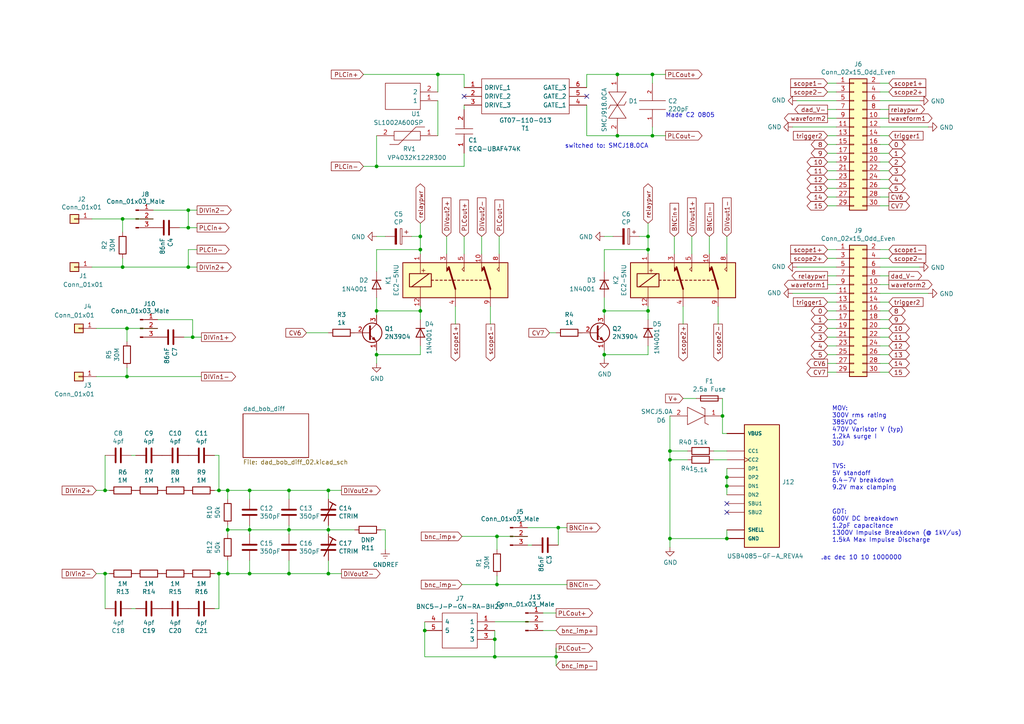
<source format=kicad_sch>
(kicad_sch (version 20211123) (generator eeschema)
  (paper "A4")
  (junction (at 194.31 156.21))
  (junction (at 175.26 102.87))
  (junction (at 161.29 190.5))
  (junction (at 36.83 95.25))
  (junction (at 36.83 109.22))
  (junction (at 121.92 90.17))
  (junction (at 143.51 185.42))
  (junction (at 175.26 90.17))
  (junction (at 144.145 169.545))
  (junction (at 83.82 142.24))
  (junction (at 95.25 166.37))
  (junction (at 144.145 155.575))
  (junction (at 187.96 68.58))
  (junction (at 210.82 156.21))
  (junction (at 35.56 77.47))
  (junction (at 66.04 153.67))
  (junction (at 66.04 166.37))
  (junction (at 210.82 140.97))
  (junction (at 54.61 66.04))
  (junction (at 30.48 166.37))
  (junction (at 35.56 63.5))
  (junction (at 121.92 68.58))
  (junction (at 72.39 166.37))
  (junction (at 72.39 142.24))
  (junction (at 121.92 72.39))
  (junction (at 189.23 39.37))
  (junction (at 179.07 39.37))
  (junction (at 187.96 72.39))
  (junction (at 161.925 153.035))
  (junction (at 30.48 142.24))
  (junction (at 63.5 166.37))
  (junction (at 194.31 133.35))
  (junction (at 55.88 97.79))
  (junction (at 54.61 77.47))
  (junction (at 189.23 21.59))
  (junction (at 63.5 142.24))
  (junction (at 109.22 48.26))
  (junction (at 194.31 130.81))
  (junction (at 143.51 190.5))
  (junction (at 83.82 153.67))
  (junction (at 66.04 142.24))
  (junction (at 210.82 138.43))
  (junction (at 83.82 166.37))
  (junction (at 95.25 142.24))
  (junction (at 127 21.59))
  (junction (at 179.07 21.59))
  (junction (at 109.22 102.87))
  (junction (at 72.39 153.67))
  (junction (at 95.25 153.67))
  (junction (at 123.19 182.88))
  (junction (at 209.55 120.65))
  (junction (at 187.96 90.17))
  (junction (at 109.22 90.17))
  (junction (at 54.61 60.96))
  (no_connect (at 134.62 27.94))
  (no_connect (at 210.82 148.59))
  (no_connect (at 210.82 146.05))
  (no_connect (at 170.18 27.94))
  (wire (pts (xy 30.48 132.08) (xy 30.48 142.24)))
  (wire (pts (xy 55.88 92.71) (xy 45.72 92.71)))
  (wire (pts (xy 257.81 59.69) (xy 255.27 59.69)))
  (wire (pts (xy 175.26 90.17) (xy 175.26 91.44)))
  (wire (pts (xy 209.55 125.73) (xy 209.55 120.65)))
  (wire (pts (xy 185.42 68.58) (xy 187.96 68.58)))
  (wire (pts (xy 27.94 109.22) (xy 36.83 109.22)))
  (wire (pts (xy 66.04 144.78) (xy 66.04 142.24)))
  (wire (pts (xy 127 26.67) (xy 127 21.59)))
  (wire (pts (xy 189.23 21.59) (xy 189.23 24.13)))
  (wire (pts (xy 257.81 92.71) (xy 255.27 92.71)))
  (wire (pts (xy 144.145 169.545) (xy 144.145 167.005)))
  (wire (pts (xy 72.39 144.78) (xy 72.39 142.24)))
  (wire (pts (xy 240.03 57.15) (xy 242.57 57.15)))
  (wire (pts (xy 102.87 96.52) (xy 101.6 96.52)))
  (wire (pts (xy 121.92 92.71) (xy 121.92 90.17)))
  (wire (pts (xy 134.62 21.59) (xy 134.62 25.4)))
  (wire (pts (xy 109.22 39.37) (xy 109.22 48.26)))
  (wire (pts (xy 105.41 21.59) (xy 127 21.59)))
  (wire (pts (xy 157.48 177.8) (xy 161.29 177.8)))
  (wire (pts (xy 133.985 169.545) (xy 144.145 169.545)))
  (wire (pts (xy 257.81 74.93) (xy 255.27 74.93)))
  (wire (pts (xy 187.96 90.17) (xy 187.96 88.9)))
  (wire (pts (xy 121.92 100.33) (xy 121.92 102.87)))
  (wire (pts (xy 26.67 63.5) (xy 35.56 63.5)))
  (wire (pts (xy 257.81 102.87) (xy 255.27 102.87)))
  (wire (pts (xy 154.305 158.115) (xy 153.035 158.115)))
  (wire (pts (xy 95.25 153.67) (xy 95.25 154.94)))
  (wire (pts (xy 210.82 125.73) (xy 209.55 125.73)))
  (wire (pts (xy 200.66 68.58) (xy 200.66 73.66)))
  (wire (pts (xy 88.9 96.52) (xy 95.25 96.52)))
  (wire (pts (xy 83.82 153.67) (xy 95.25 153.67)))
  (wire (pts (xy 257.81 82.55) (xy 255.27 82.55)))
  (wire (pts (xy 210.82 68.58) (xy 210.82 73.66)))
  (wire (pts (xy 257.81 26.67) (xy 255.27 26.67)))
  (wire (pts (xy 72.39 166.37) (xy 83.82 166.37)))
  (wire (pts (xy 199.39 133.35) (xy 194.31 133.35)))
  (wire (pts (xy 240.03 102.87) (xy 242.57 102.87)))
  (wire (pts (xy 109.22 48.26) (xy 134.62 48.26)))
  (wire (pts (xy 266.7 77.47) (xy 255.27 77.47)))
  (wire (pts (xy 161.29 190.5) (xy 161.29 193.04)))
  (wire (pts (xy 210.82 138.43) (xy 210.82 140.97)))
  (wire (pts (xy 175.26 104.14) (xy 175.26 102.87)))
  (wire (pts (xy 164.465 169.545) (xy 144.145 169.545)))
  (wire (pts (xy 240.03 34.29) (xy 242.57 34.29)))
  (wire (pts (xy 240.03 31.75) (xy 242.57 31.75)))
  (wire (pts (xy 240.03 92.71) (xy 242.57 92.71)))
  (wire (pts (xy 229.87 85.09) (xy 242.57 85.09)))
  (wire (pts (xy 240.03 100.33) (xy 242.57 100.33)))
  (wire (pts (xy 194.31 120.65) (xy 194.31 130.81)))
  (wire (pts (xy 242.57 29.21) (xy 231.14 29.21)))
  (wire (pts (xy 127 29.21) (xy 127 39.37)))
  (wire (pts (xy 30.48 176.53) (xy 30.48 166.37)))
  (wire (pts (xy 161.29 187.96) (xy 161.29 190.5)))
  (wire (pts (xy 257.81 95.25) (xy 255.27 95.25)))
  (wire (pts (xy 198.12 93.98) (xy 198.12 88.9)))
  (wire (pts (xy 187.96 102.87) (xy 175.26 102.87)))
  (wire (pts (xy 127 21.59) (xy 134.62 21.59)))
  (wire (pts (xy 83.82 144.78) (xy 83.82 142.24)))
  (wire (pts (xy 63.5 132.08) (xy 62.23 132.08)))
  (wire (pts (xy 36.83 95.25) (xy 36.83 99.06)))
  (wire (pts (xy 57.15 60.96) (xy 54.61 60.96)))
  (wire (pts (xy 63.5 142.24) (xy 63.5 132.08)))
  (wire (pts (xy 257.81 41.91) (xy 255.27 41.91)))
  (wire (pts (xy 257.81 54.61) (xy 255.27 54.61)))
  (wire (pts (xy 240.03 90.17) (xy 242.57 90.17)))
  (wire (pts (xy 143.51 190.5) (xy 161.29 190.5)))
  (wire (pts (xy 143.51 180.34) (xy 157.48 180.34)))
  (wire (pts (xy 102.87 153.67) (xy 95.25 153.67)))
  (wire (pts (xy 133.985 155.575) (xy 144.145 155.575)))
  (wire (pts (xy 35.56 63.5) (xy 35.56 67.31)))
  (wire (pts (xy 66.04 153.67) (xy 66.04 154.94)))
  (wire (pts (xy 54.61 77.47) (xy 54.61 72.39)))
  (wire (pts (xy 109.22 90.17) (xy 121.92 90.17)))
  (wire (pts (xy 45.72 95.25) (xy 36.83 95.25)))
  (wire (pts (xy 255.27 85.09) (xy 269.24 85.09)))
  (wire (pts (xy 36.83 109.22) (xy 36.83 106.68)))
  (wire (pts (xy 242.57 26.67) (xy 240.03 26.67)))
  (wire (pts (xy 257.81 31.75) (xy 255.27 31.75)))
  (wire (pts (xy 95.25 166.37) (xy 95.25 162.56)))
  (wire (pts (xy 83.82 166.37) (xy 95.25 166.37)))
  (wire (pts (xy 164.465 153.035) (xy 161.925 153.035)))
  (wire (pts (xy 193.04 21.59) (xy 189.23 21.59)))
  (wire (pts (xy 143.51 190.5) (xy 123.19 190.5)))
  (wire (pts (xy 242.57 24.13) (xy 240.03 24.13)))
  (wire (pts (xy 54.61 66.04) (xy 52.07 66.04)))
  (wire (pts (xy 72.39 142.24) (xy 83.82 142.24)))
  (wire (pts (xy 153.035 155.575) (xy 144.145 155.575)))
  (wire (pts (xy 66.04 142.24) (xy 72.39 142.24)))
  (wire (pts (xy 111.76 68.58) (xy 109.22 68.58)))
  (wire (pts (xy 210.82 153.67) (xy 210.82 156.21)))
  (wire (pts (xy 179.07 21.59) (xy 189.23 21.59)))
  (wire (pts (xy 157.48 182.88) (xy 161.29 182.88)))
  (wire (pts (xy 207.01 130.81) (xy 210.82 130.81)))
  (wire (pts (xy 240.03 39.37) (xy 242.57 39.37)))
  (wire (pts (xy 257.81 57.15) (xy 255.27 57.15)))
  (wire (pts (xy 54.61 60.96) (xy 54.61 66.04)))
  (wire (pts (xy 240.03 54.61) (xy 242.57 54.61)))
  (wire (pts (xy 257.81 49.53) (xy 255.27 49.53)))
  (wire (pts (xy 210.82 135.89) (xy 210.82 138.43)))
  (wire (pts (xy 132.08 93.98) (xy 132.08 88.9)))
  (wire (pts (xy 110.49 153.67) (xy 111.76 153.67)))
  (wire (pts (xy 194.31 133.35) (xy 194.31 156.21)))
  (wire (pts (xy 240.03 46.99) (xy 242.57 46.99)))
  (wire (pts (xy 111.76 153.67) (xy 111.76 159.385)))
  (wire (pts (xy 123.19 180.34) (xy 123.19 182.88)))
  (wire (pts (xy 121.92 68.58) (xy 121.92 72.39)))
  (wire (pts (xy 144.145 155.575) (xy 144.145 159.385)))
  (wire (pts (xy 27.94 166.37) (xy 30.48 166.37)))
  (wire (pts (xy 121.92 72.39) (xy 121.92 73.66)))
  (wire (pts (xy 201.93 115.57) (xy 198.12 115.57)))
  (wire (pts (xy 105.41 48.26) (xy 109.22 48.26)))
  (wire (pts (xy 66.04 166.37) (xy 72.39 166.37)))
  (wire (pts (xy 95.25 152.4) (xy 95.25 153.67)))
  (wire (pts (xy 175.26 86.36) (xy 175.26 90.17)))
  (wire (pts (xy 266.7 29.21) (xy 255.27 29.21)))
  (wire (pts (xy 187.96 72.39) (xy 187.96 73.66)))
  (wire (pts (xy 257.81 87.63) (xy 255.27 87.63)))
  (wire (pts (xy 83.82 162.56) (xy 83.82 166.37)))
  (wire (pts (xy 39.37 132.08) (xy 38.1 132.08)))
  (wire (pts (xy 129.54 68.58) (xy 129.54 73.66)))
  (wire (pts (xy 187.96 72.39) (xy 175.26 72.39)))
  (wire (pts (xy 57.15 72.39) (xy 54.61 72.39)))
  (wire (pts (xy 257.81 90.17) (xy 255.27 90.17)))
  (wire (pts (xy 26.67 77.47) (xy 35.56 77.47)))
  (wire (pts (xy 240.03 87.63) (xy 242.57 87.63)))
  (wire (pts (xy 168.91 96.52) (xy 167.64 96.52)))
  (wire (pts (xy 44.45 63.5) (xy 35.56 63.5)))
  (wire (pts (xy 83.82 153.67) (xy 72.39 153.67)))
  (wire (pts (xy 72.39 162.56) (xy 72.39 166.37)))
  (wire (pts (xy 175.26 90.17) (xy 187.96 90.17)))
  (wire (pts (xy 193.04 39.37) (xy 189.23 39.37)))
  (wire (pts (xy 257.81 39.37) (xy 255.27 39.37)))
  (wire (pts (xy 66.04 152.4) (xy 66.04 153.67)))
  (wire (pts (xy 83.82 152.4) (xy 83.82 153.67)))
  (wire (pts (xy 99.06 142.24) (xy 95.25 142.24)))
  (wire (pts (xy 63.5 166.37) (xy 66.04 166.37)))
  (wire (pts (xy 72.39 153.67) (xy 66.04 153.67)))
  (wire (pts (xy 63.5 176.53) (xy 63.5 166.37)))
  (wire (pts (xy 144.78 68.58) (xy 144.78 73.66)))
  (wire (pts (xy 187.96 92.71) (xy 187.96 90.17)))
  (wire (pts (xy 170.18 30.48) (xy 170.18 39.37)))
  (wire (pts (xy 257.81 100.33) (xy 255.27 100.33)))
  (wire (pts (xy 30.48 166.37) (xy 31.75 166.37)))
  (wire (pts (xy 161.925 158.115) (xy 161.925 153.035)))
  (wire (pts (xy 242.57 74.93) (xy 240.03 74.93)))
  (wire (pts (xy 242.57 72.39) (xy 240.03 72.39)))
  (wire (pts (xy 57.15 77.47) (xy 54.61 77.47)))
  (wire (pts (xy 255.27 36.83) (xy 269.24 36.83)))
  (wire (pts (xy 55.88 92.71) (xy 55.88 97.79)))
  (wire (pts (xy 36.83 109.22) (xy 58.42 109.22)))
  (wire (pts (xy 27.94 95.25) (xy 36.83 95.25)))
  (wire (pts (xy 54.61 77.47) (xy 35.56 77.47)))
  (wire (pts (xy 210.82 140.97) (xy 210.82 143.51)))
  (wire (pts (xy 199.39 130.81) (xy 194.31 130.81)))
  (wire (pts (xy 63.5 142.24) (xy 62.23 142.24)))
  (wire (pts (xy 195.58 68.58) (xy 195.58 73.66)))
  (wire (pts (xy 66.04 162.56) (xy 66.04 166.37)))
  (wire (pts (xy 109.22 101.6) (xy 109.22 102.87)))
  (wire (pts (xy 242.57 77.47) (xy 231.14 77.47)))
  (wire (pts (xy 257.81 107.95) (xy 255.27 107.95)))
  (wire (pts (xy 257.81 46.99) (xy 255.27 46.99)))
  (wire (pts (xy 72.39 153.67) (xy 72.39 154.94)))
  (wire (pts (xy 240.03 105.41) (xy 242.57 105.41)))
  (wire (pts (xy 119.38 68.58) (xy 121.92 68.58)))
  (wire (pts (xy 143.51 185.42) (xy 143.51 190.5)))
  (wire (pts (xy 240.03 49.53) (xy 242.57 49.53)))
  (wire (pts (xy 194.31 156.21) (xy 194.31 158.75)))
  (wire (pts (xy 83.82 142.24) (xy 95.25 142.24)))
  (wire (pts (xy 121.92 72.39) (xy 109.22 72.39)))
  (wire (pts (xy 123.19 190.5) (xy 123.19 182.88)))
  (wire (pts (xy 240.03 95.25) (xy 242.57 95.25)))
  (wire (pts (xy 257.81 52.07) (xy 255.27 52.07)))
  (wire (pts (xy 205.74 68.58) (xy 205.74 73.66)))
  (wire (pts (xy 161.925 153.035) (xy 153.035 153.035)))
  (wire (pts (xy 240.03 44.45) (xy 242.57 44.45)))
  (wire (pts (xy 179.07 39.37) (xy 189.23 39.37)))
  (wire (pts (xy 109.22 72.39) (xy 109.22 78.74)))
  (wire (pts (xy 175.26 101.6) (xy 175.26 102.87)))
  (wire (pts (xy 207.01 133.35) (xy 210.82 133.35)))
  (wire (pts (xy 63.5 166.37) (xy 62.23 166.37)))
  (wire (pts (xy 187.96 68.58) (xy 187.96 64.77)))
  (wire (pts (xy 143.51 182.88) (xy 143.51 185.42)))
  (wire (pts (xy 209.55 115.57) (xy 209.55 120.65)))
  (wire (pts (xy 229.87 36.83) (xy 242.57 36.83)))
  (wire (pts (xy 109.22 86.36) (xy 109.22 90.17)))
  (wire (pts (xy 257.81 105.41) (xy 255.27 105.41)))
  (wire (pts (xy 134.62 68.58) (xy 134.62 73.66)))
  (wire (pts (xy 170.18 39.37) (xy 179.07 39.37)))
  (wire (pts (xy 240.03 82.55) (xy 242.57 82.55)))
  (wire (pts (xy 257.81 34.29) (xy 255.27 34.29)))
  (wire (pts (xy 121.92 102.87) (xy 109.22 102.87)))
  (wire (pts (xy 240.03 97.79) (xy 242.57 97.79)))
  (wire (pts (xy 27.94 142.24) (xy 30.48 142.24)))
  (wire (pts (xy 72.39 152.4) (xy 72.39 153.67)))
  (wire (pts (xy 55.88 97.79) (xy 53.34 97.79)))
  (wire (pts (xy 240.03 59.69) (xy 242.57 59.69)))
  (wire (pts (xy 58.42 97.79) (xy 55.88 97.79)))
  (wire (pts (xy 257.81 97.79) (xy 255.27 97.79)))
  (wire (pts (xy 109.22 90.17) (xy 109.22 91.44)))
  (wire (pts (xy 257.81 24.13) (xy 255.27 24.13)))
  (wire (pts (xy 134.62 48.26) (xy 134.62 44.45)))
  (wire (pts (xy 139.7 68.58) (xy 139.7 73.66)))
  (wire (pts (xy 175.26 72.39) (xy 175.26 78.74)))
  (wire (pts (xy 54.61 60.96) (xy 44.45 60.96)))
  (wire (pts (xy 30.48 142.24) (xy 31.75 142.24)))
  (wire (pts (xy 170.18 21.59) (xy 170.18 25.4)))
  (wire (pts (xy 210.82 156.21) (xy 194.31 156.21)))
  (wire (pts (xy 257.81 72.39) (xy 255.27 72.39)))
  (wire (pts (xy 240.03 41.91) (xy 242.57 41.91)))
  (wire (pts (xy 257.81 80.01) (xy 255.27 80.01)))
  (wire (pts (xy 208.28 93.98) (xy 208.28 88.9)))
  (wire (pts (xy 240.03 52.07) (xy 242.57 52.07)))
  (wire (pts (xy 38.1 176.53) (xy 39.37 176.53)))
  (wire (pts (xy 177.8 68.58) (xy 175.26 68.58)))
  (wire (pts (xy 134.62 31.75) (xy 134.62 30.48)))
  (wire (pts (xy 142.24 93.98) (xy 142.24 88.9)))
  (wire (pts (xy 83.82 153.67) (xy 83.82 154.94)))
  (wire (pts (xy 121.92 90.17) (xy 121.92 88.9)))
  (wire (pts (xy 62.23 176.53) (xy 63.5 176.53)))
  (wire (pts (xy 240.03 107.95) (xy 242.57 107.95)))
  (wire (pts (xy 187.96 100.33) (xy 187.96 102.87)))
  (wire (pts (xy 95.25 142.24) (xy 95.25 144.78)))
  (wire (pts (xy 63.5 142.24) (xy 66.04 142.24)))
  (wire (pts (xy 187.96 68.58) (xy 187.96 72.39)))
  (wire (pts (xy 57.15 66.04) (xy 54.61 66.04)))
  (wire (pts (xy 170.18 21.59) (xy 179.07 21.59)))
  (wire (pts (xy 194.31 130.81) (xy 194.31 133.35)))
  (wire (pts (xy 99.06 166.37) (xy 95.25 166.37)))
  (wire (pts (xy 35.56 77.47) (xy 35.56 74.93)))
  (wire (pts (xy 109.22 102.87) (xy 109.22 105.41)))
  (wire (pts (xy 240.03 80.01) (xy 242.57 80.01)))
  (wire (pts (xy 257.81 44.45) (xy 255.27 44.45)))
  (wire (pts (xy 159.385 96.52) (xy 161.29 96.52)))
  (wire (pts (xy 121.92 68.58) (xy 121.92 64.77)))
  (wire (pts (xy 189.23 36.83) (xy 189.23 39.37)))
  (text "Made C2 0805" (at 193.04 34.29 0) (effects (font (size 1.27 1.27)) (justify left bottom)))
  (text "TVS: \n5V standoff\n6.4-7V breakdown \n9.2V max clamping" (at 241.3 142.24 0) (effects (font (size 1.27 1.27)) (justify left bottom)))
  (text "GDT:\n600V DC breakdown\n1.2pF capacitance\n1300V Impulse Breakdown (@ 1kV/us)\n1.5kA Max Impulse Discharge" (at 241.3 157.48 0) (effects (font (size 1.27 1.27)) (justify left bottom)))
  (text "MOV:\n300V rms rating\n385VDC\n470V Varistor V (typ)\n1.2kA surge I\n30J" (at 241.3 129.54 0) (effects (font (size 1.27 1.27)) (justify left bottom)))
  (text ".ac dec 10 10 1000000" (at 261.62 162.56 180) (effects (font (size 1.27 1.27)) (justify right bottom)))
  (text "switched to: SMCJ18.0CA" (at 163.83 43.18 0) (effects (font (size 1.27 1.27)) (justify left bottom)))
  (global_label "10" (shape bidirectional) (at 240.03 46.99 180) (property "Intersheet References" "${INTERSHEET_REFS}" (effects hide)))
  (global_label "BNCin-" (shape input) (at 205.74 68.58 90) (property "Intersheet References" "${INTERSHEET_REFS}" (effects hide)))
  (global_label "scope1-" (shape input) (at 257.81 72.39 0) (property "Intersheet References" "${INTERSHEET_REFS}" (effects hide)))
  (global_label "waveform1" (shape output) (at 257.81 34.29 0) (property "Intersheet References" "${INTERSHEET_REFS}" (effects hide)))
  (global_label "DIVin2-" (shape input) (at 27.94 166.37 180) (property "Intersheet References" "${INTERSHEET_REFS}" (effects hide)))
  (global_label "DIVout2+" (shape output) (at 99.06 142.24 0) (property "Intersheet References" "${INTERSHEET_REFS}" (effects hide)))
  (global_label "V+" (shape input) (at 198.12 115.57 180) (property "Intersheet References" "${INTERSHEET_REFS}" (effects hide)))
  (global_label "relaypwr" (shape bidirectional) (at 187.96 64.77 90) (property "Intersheet References" "${INTERSHEET_REFS}" (effects hide)))
  (global_label "scope2-" (shape input) (at 257.81 74.93 0) (property "Intersheet References" "${INTERSHEET_REFS}" (effects hide)))
  (global_label "12" (shape bidirectional) (at 240.03 52.07 180) (property "Intersheet References" "${INTERSHEET_REFS}" (effects hide)))
  (global_label "DIVin2+" (shape output) (at 57.15 77.47 0) (property "Intersheet References" "${INTERSHEET_REFS}" (effects hide)))
  (global_label "BNCin-" (shape output) (at 164.465 169.545 0) (property "Intersheet References" "${INTERSHEET_REFS}" (effects hide)))
  (global_label "DIVin1+" (shape output) (at 58.42 97.79 0) (property "Intersheet References" "${INTERSHEET_REFS}" (effects hide)))
  (global_label "13" (shape bidirectional) (at 257.81 102.87 0) (property "Intersheet References" "${INTERSHEET_REFS}" (effects hide)))
  (global_label "8" (shape bidirectional) (at 257.81 90.17 0) (property "Intersheet References" "${INTERSHEET_REFS}" (effects hide)))
  (global_label "DIVout1+" (shape input) (at 200.66 68.58 90) (property "Intersheet References" "${INTERSHEET_REFS}" (effects hide)))
  (global_label "11" (shape bidirectional) (at 257.81 97.79 0) (property "Intersheet References" "${INTERSHEET_REFS}" (effects hide)))
  (global_label "5" (shape bidirectional) (at 257.81 54.61 0) (property "Intersheet References" "${INTERSHEET_REFS}" (effects hide)))
  (global_label "DIVin2+" (shape input) (at 27.94 142.24 180) (property "Intersheet References" "${INTERSHEET_REFS}" (effects hide)))
  (global_label "waveform2" (shape output) (at 240.03 34.29 180) (property "Intersheet References" "${INTERSHEET_REFS}" (effects hide)))
  (global_label "trigger1" (shape input) (at 257.81 39.37 0) (property "Intersheet References" "${INTERSHEET_REFS}" (effects hide)))
  (global_label "PLCin+" (shape output) (at 57.15 66.04 0) (property "Intersheet References" "${INTERSHEET_REFS}" (effects hide)))
  (global_label "trigger1" (shape input) (at 240.03 87.63 180) (property "Intersheet References" "${INTERSHEET_REFS}" (effects hide)))
  (global_label "trigger2" (shape input) (at 257.81 87.63 0) (property "Intersheet References" "${INTERSHEET_REFS}" (effects hide)))
  (global_label "9" (shape bidirectional) (at 257.81 92.71 0) (property "Intersheet References" "${INTERSHEET_REFS}" (effects hide)))
  (global_label "relaypwr" (shape output) (at 240.03 80.01 180) (property "Intersheet References" "${INTERSHEET_REFS}" (effects hide)))
  (global_label "bnc_imp+" (shape input) (at 133.985 155.575 180) (property "Intersheet References" "${INTERSHEET_REFS}" (effects hide)))
  (global_label "scope2+" (shape input) (at 240.03 74.93 180) (property "Intersheet References" "${INTERSHEET_REFS}" (effects hide)))
  (global_label "15" (shape bidirectional) (at 257.81 107.95 0) (property "Intersheet References" "${INTERSHEET_REFS}" (effects hide)))
  (global_label "PLCout+" (shape output) (at 161.29 177.8 0) (property "Intersheet References" "${INTERSHEET_REFS}" (effects hide)))
  (global_label "CV6" (shape input) (at 88.9 96.52 180) (property "Intersheet References" "${INTERSHEET_REFS}" (effects hide)))
  (global_label "relaypwr" (shape bidirectional) (at 121.92 64.77 90) (property "Intersheet References" "${INTERSHEET_REFS}" (effects hide)))
  (global_label "scope1-" (shape input) (at 240.03 24.13 180) (property "Intersheet References" "${INTERSHEET_REFS}" (effects hide)))
  (global_label "13" (shape bidirectional) (at 240.03 54.61 180) (property "Intersheet References" "${INTERSHEET_REFS}" (effects hide)))
  (global_label "14" (shape bidirectional) (at 257.81 105.41 0) (property "Intersheet References" "${INTERSHEET_REFS}" (effects hide)))
  (global_label "scope2-" (shape input) (at 240.03 26.67 180) (property "Intersheet References" "${INTERSHEET_REFS}" (effects hide)))
  (global_label "relaypwr" (shape output) (at 257.81 31.75 0) (property "Intersheet References" "${INTERSHEET_REFS}" (effects hide)))
  (global_label "1" (shape bidirectional) (at 240.03 92.71 180) (property "Intersheet References" "${INTERSHEET_REFS}" (effects hide)))
  (global_label "0" (shape bidirectional) (at 240.03 90.17 180) (property "Intersheet References" "${INTERSHEET_REFS}" (effects hide)))
  (global_label "DIVout1-" (shape input) (at 210.82 68.58 90) (property "Intersheet References" "${INTERSHEET_REFS}" (effects hide)))
  (global_label "scope1+" (shape input) (at 240.03 72.39 180) (property "Intersheet References" "${INTERSHEET_REFS}" (effects hide)))
  (global_label "14" (shape bidirectional) (at 240.03 57.15 180) (property "Intersheet References" "${INTERSHEET_REFS}" (effects hide)))
  (global_label "15" (shape bidirectional) (at 240.03 59.69 180) (property "Intersheet References" "${INTERSHEET_REFS}" (effects hide)))
  (global_label "PLCout+" (shape input) (at 134.62 68.58 90) (property "Intersheet References" "${INTERSHEET_REFS}" (effects hide)))
  (global_label "waveform2" (shape output) (at 257.81 82.55 0) (property "Intersheet References" "${INTERSHEET_REFS}" (effects hide)))
  (global_label "CV7" (shape output) (at 257.81 59.69 0) (property "Intersheet References" "${INTERSHEET_REFS}" (effects hide)))
  (global_label "BNCin+" (shape output) (at 164.465 153.035 0) (property "Intersheet References" "${INTERSHEET_REFS}" (effects hide)))
  (global_label "scope2+" (shape input) (at 257.81 26.67 0) (property "Intersheet References" "${INTERSHEET_REFS}" (effects hide)))
  (global_label "2" (shape bidirectional) (at 257.81 46.99 0) (property "Intersheet References" "${INTERSHEET_REFS}" (effects hide)))
  (global_label "PLCout-" (shape output) (at 161.29 187.96 0) (property "Intersheet References" "${INTERSHEET_REFS}" (effects hide)))
  (global_label "bnc_imp-" (shape input) (at 133.985 169.545 180) (property "Intersheet References" "${INTERSHEET_REFS}" (effects hide)))
  (global_label "DIVin2-" (shape output) (at 57.15 60.96 0) (property "Intersheet References" "${INTERSHEET_REFS}" (effects hide)))
  (global_label "CV7" (shape output) (at 240.03 107.95 180) (property "Intersheet References" "${INTERSHEET_REFS}" (effects hide)))
  (global_label "PLCin-" (shape output) (at 57.15 72.39 0) (property "Intersheet References" "${INTERSHEET_REFS}" (effects hide)))
  (global_label "PLCout-" (shape output) (at 193.04 39.37 0) (property "Intersheet References" "${INTERSHEET_REFS}" (effects hide)))
  (global_label "scope1+" (shape output) (at 132.08 93.98 270) (property "Intersheet References" "${INTERSHEET_REFS}" (effects hide)))
  (global_label "scope1+" (shape input) (at 257.81 24.13 0) (property "Intersheet References" "${INTERSHEET_REFS}" (effects hide)))
  (global_label "PLCout-" (shape input) (at 144.78 68.58 90) (property "Intersheet References" "${INTERSHEET_REFS}" (effects hide)))
  (global_label "CV7" (shape input) (at 159.385 96.52 180) (property "Intersheet References" "${INTERSHEET_REFS}" (effects hide)))
  (global_label "DIVout2+" (shape input) (at 129.54 68.58 90) (property "Intersheet References" "${INTERSHEET_REFS}" (effects hide)))
  (global_label "2" (shape bidirectional) (at 240.03 95.25 180) (property "Intersheet References" "${INTERSHEET_REFS}" (effects hide)))
  (global_label "PLCin-" (shape input) (at 105.41 48.26 180) (property "Intersheet References" "${INTERSHEET_REFS}" (effects hide)))
  (global_label "1" (shape bidirectional) (at 257.81 44.45 0) (property "Intersheet References" "${INTERSHEET_REFS}" (effects hide)))
  (global_label "11" (shape bidirectional) (at 240.03 49.53 180) (property "Intersheet References" "${INTERSHEET_REFS}" (effects hide)))
  (global_label "4" (shape bidirectional) (at 240.03 100.33 180) (property "Intersheet References" "${INTERSHEET_REFS}" (effects hide)))
  (global_label "DIVin1-" (shape output) (at 58.42 109.22 0) (property "Intersheet References" "${INTERSHEET_REFS}" (effects hide)))
  (global_label "scope1-" (shape output) (at 142.24 93.98 270) (property "Intersheet References" "${INTERSHEET_REFS}" (effects hide)))
  (global_label "3" (shape bidirectional) (at 240.03 97.79 180) (property "Intersheet References" "${INTERSHEET_REFS}" (effects hide)))
  (global_label "4" (shape bidirectional) (at 257.81 52.07 0) (property "Intersheet References" "${INTERSHEET_REFS}" (effects hide)))
  (global_label "bnc_imp+" (shape input) (at 161.29 182.88 0) (property "Intersheet References" "${INTERSHEET_REFS}" (effects hide)))
  (global_label "DIVout2-" (shape input) (at 139.7 68.58 90) (property "Intersheet References" "${INTERSHEET_REFS}" (effects hide)))
  (global_label "dad_V-" (shape output) (at 240.03 31.75 180) (property "Intersheet References" "${INTERSHEET_REFS}" (effects hide)))
  (global_label "PLCout+" (shape output) (at 193.04 21.59 0) (property "Intersheet References" "${INTERSHEET_REFS}" (effects hide)))
  (global_label "3" (shape bidirectional) (at 257.81 49.53 0) (property "Intersheet References" "${INTERSHEET_REFS}" (effects hide)))
  (global_label "12" (shape bidirectional) (at 257.81 100.33 0) (property "Intersheet References" "${INTERSHEET_REFS}" (effects hide)))
  (global_label "8" (shape bidirectional) (at 240.03 41.91 180) (property "Intersheet References" "${INTERSHEET_REFS}" (effects hide)))
  (global_label "5" (shape bidirectional) (at 240.03 102.87 180) (property "Intersheet References" "${INTERSHEET_REFS}" (effects hide)))
  (global_label "DIVout2-" (shape output) (at 99.06 166.37 0) (property "Intersheet References" "${INTERSHEET_REFS}" (effects hide)))
  (global_label "bnc_imp-" (shape input) (at 161.29 193.04 0) (property "Intersheet References" "${INTERSHEET_REFS}" (effects hide)))
  (global_label "9" (shape bidirectional) (at 240.03 44.45 180) (property "Intersheet References" "${INTERSHEET_REFS}" (effects hide)))
  (global_label "10" (shape bidirectional) (at 257.81 95.25 0) (property "Intersheet References" "${INTERSHEET_REFS}" (effects hide)))
  (global_label "0" (shape bidirectional) (at 257.81 41.91 0) (property "Intersheet References" "${INTERSHEET_REFS}" (effects hide)))
  (global_label "trigger2" (shape input) (at 240.03 39.37 180) (property "Intersheet References" "${INTERSHEET_REFS}" (effects hide)))
  (global_label "PLCin+" (shape input) (at 105.41 21.59 180) (property "Intersheet References" "${INTERSHEET_REFS}" (effects hide)))
  (global_label "CV6" (shape output) (at 257.81 57.15 0) (property "Intersheet References" "${INTERSHEET_REFS}" (effects hide)))
  (global_label "waveform1" (shape output) (at 240.03 82.55 180) (property "Intersheet References" "${INTERSHEET_REFS}" (effects hide)))
  (global_label "scope2-" (shape output) (at 208.28 93.98 270) (property "Intersheet References" "${INTERSHEET_REFS}" (effects hide)))
  (global_label "dad_V-" (shape output) (at 257.81 80.01 0) (property "Intersheet References" "${INTERSHEET_REFS}" (effects hide)))
  (global_label "scope2+" (shape output) (at 198.12 93.98 270) (property "Intersheet References" "${INTERSHEET_REFS}" (effects hide)))
  (global_label "CV6" (shape output) (at 240.03 105.41 180) (property "Intersheet References" "${INTERSHEET_REFS}" (effects hide)))
  (global_label "BNCin+" (shape input) (at 195.58 68.58 90) (property "Intersheet References" "${INTERSHEET_REFS}" (effects hide)))
  (symbol (lib_id "pspice:C") (at 189.23 30.48 180) (unit 1)
    (property "Reference" "C2" (at 193.7512 29.3116 0) (effects (justify right)))
    (property "Value" "220pF" (at 193.7512 31.623 0) (effects (justify right)))
    (property "Footprint" "Capacitor_SMD:C_0805_2012Metric_Pad1.15x1.40mm_HandSolder" (effects hide))
    (property "Spice_Primitive" "C" (effects hide))
    (property "Spice_Model" "220p" (effects hide))
    (property "Spice_Netlist_Enabled" "Y" (effects hide))
  )
  (symbol (lib_id "dad_bob-rescue:VP4032K122R300-00_kyuditsky_kicad") (at 127 39.37 180) (unit 1)
    (property "Reference" "RV1" (at 120.65 43.18 0) (effects (justify left)))
    (property "Value" "VP4032K122R300" (at 129.54 45.72 0) (effects (justify left)))
    (property "Footprint" "VP4032K122R300_kicad:CAPPM10080X500N" (effects hide))
    (property "Datasheet" "https://www.arrow.com/en/products/vp4032k122r300/kemet-corporation?region=nac" (effects hide))
    (property "Description" "Varistors 385V 1200A 4032" (effects hide))
    (property "Height" "5" (effects hide))
    (property "Mouser Part Number" "80-VP4032K122R300" (effects hide))
    (property "Mouser Price/Stock" "https://www.mouser.co.uk/ProductDetail/KEMET/VP4032K122R300?qs=jj7GbYRQuOYGBVagWkrU5w%3D%3D" (effects hide))
    (property "Manufacturer_Name" "Kemet" (effects hide))
    (property "Manufacturer_Part_Number" "VP4032K122R300" (effects hide))
    (property "Spice_Primitive" "R" (effects hide))
    (property "Spice_Model" "1meg" (effects hide))
    (property "Spice_Netlist_Enabled" "Y" (effects hide))
  )
  (symbol (lib_id "dad_bob-rescue:SL1002A600SP-00_kyuditsky_kicad") (at 127 29.21 180) (unit 1)
    (property "Reference" "U1" (at 120.65 33.02 0))
    (property "Value" "SL1002A600SP" (at 115.57 35.56 0))
    (property "Footprint" "SL1002A600SP" (effects hide))
    (property "Datasheet" "https://componentsearchengine.com/Datasheets/1/SL1002A600SP.pdf" (effects hide))
    (property "Description" "Gas Discharge Tubes - GDTs / Gas Plasma Arrestors GP MINIBETA 2T A600V SMD SPECIAL" (effects hide))
    (property "Height" "4.1" (effects hide))
    (property "Mouser Part Number" "576-SL1002A600SP" (effects hide))
    (property "Mouser Price/Stock" "https://www.mouser.co.uk/ProductDetail/Littelfuse/SL1002A600SP?qs=95aqoVzNh5Z3taNZSmSH3g%3D%3D" (effects hide))
    (property "Manufacturer_Name" "LITTELFUSE" (effects hide))
    (property "Manufacturer_Part_Number" "SL1002A600SP" (effects hide))
    (property "Spice_Primitive" "R" (effects hide))
    (property "Spice_Model" "1meg" (effects hide))
    (property "Spice_Netlist_Enabled" "Y" (effects hide))
  )
  (symbol (lib_id "dad_bob-rescue:BNC5-J-P-GN-RA-BH2D-00_kyuditsky_kicad") (at 143.51 180.34 0) (mirror y) (unit 1)
    (property "Reference" "J7" (at 133.35 173.609 0))
    (property "Value" "BNC5-J-P-GN-RA-BH2D" (at 133.35 175.9204 0))
    (property "Footprint" "BNC5-J-P-GN-RA-BH2D_kicad:BNC5JPGNRABH2D" (effects hide))
    (property "Datasheet" "http://suddendocs.samtec.com/prints/bnc5-j-p-xx-ra-bh2d-mkt.pdf" (effects hide))
    (property "Description" "SAMTEC - BNC5-J-P-GN-RA-BH2D - RF COAXIAL, BNC JACK, 50 OHM, PCB" (effects hide))
    (property "Height" "10.8" (effects hide))
    (property "Mouser Part Number" "200-BNC5JPGNRABH2D" (effects hide))
    (property "Mouser Price/Stock" "https://www.mouser.co.uk/ProductDetail/Samtec/BNC5-J-P-GN-RA-BH2D?qs=PB6%2FjmICvI2u%2FOQtySH%252B3g%3D%3D" (effects hide))
    (property "Manufacturer_Name" "SAMTEC" (effects hide))
    (property "Manufacturer_Part_Number" "BNC5-J-P-GN-RA-BH2D" (effects hide))
    (property "Spice_Primitive" "R" (effects hide))
    (property "Spice_Model" "1" (effects hide))
    (property "Spice_Netlist_Enabled" "N" (effects hide))
  )
  (symbol (lib_id "dad_bob-rescue:ECQ-UBAF474K-ECQ-UBAF474K") (at 134.62 44.45 90) (unit 1)
    (property "Reference" "C1" (at 137.16 40.64 90))
    (property "Value" "ECQ-UBAF474K" (at 143.51 43.18 90))
    (property "Footprint" "kyuditsky_kicad:ECQ-UBAF474K-3_side" (effects hide))
    (property "Datasheet" "https://datasheet.datasheetarchive.com/originals/distributors/Datasheets_SAMA/6170a3d833bc371d0e684a1e7d5b0a3a.pdf" (effects hide))
    (property "Description" "Film Capacitors 300VAC 0.47uF 10% LS=22.5mm ST" (effects hide))
    (property "Height" "21.5" (effects hide))
    (property "Mouser Part Number" "667-ECQ-UBAF474K" (effects hide))
    (property "Mouser Price/Stock" "https://www.mouser.co.uk/ProductDetail/Panasonic/ECQ-UBAF474K?qs=DPoM0jnrROXQ4Aoi4rWlKg%3D%3D" (effects hide))
    (property "Manufacturer_Name" "Panasonic" (effects hide))
    (property "Manufacturer_Part_Number" "ECQ-UBAF474K" (effects hide))
    (property "Spice_Primitive" "C" (effects hide))
    (property "Spice_Model" "0.47uF" (effects hide))
    (property "Spice_Netlist_Enabled" "Y" (effects hide))
  )
  (symbol (lib_id "Connector_Generic:Conn_01x01") (at 22.86 109.22 180) (unit 1)
    (property "Reference" "J3" (at 25.4 111.76 0))
    (property "Value" "Conn_01x01" (at 21.59 114.3 0))
    (property "Footprint" "kyuditsky_kicad_fp:Banana_Jack_S_RA_73099" (effects hide))
    (property "Spice_Primitive" "R" (effects hide))
    (property "Spice_Model" "1" (effects hide))
    (property "Spice_Netlist_Enabled" "N" (effects hide))
  )
  (symbol (lib_id "Connector_Generic:Conn_01x01") (at 22.86 95.25 180) (unit 1)
    (property "Reference" "J4" (at 25.4 88.9 0))
    (property "Value" "Conn_01x01" (at 21.59 91.44 0))
    (property "Footprint" "kyuditsky_kicad_fp:Banana_Jack_S_RA_73099" (effects hide))
    (property "Spice_Primitive" "R" (effects hide))
    (property "Spice_Model" "1" (effects hide))
    (property "Spice_Netlist_Enabled" "N" (effects hide))
  )
  (symbol (lib_id "dad_bob-rescue:GT07-110-013-00_kyuditsky_kicad") (at 170.18 30.48 180) (unit 1)
    (property "Reference" "T1" (at 152.4 37.211 0))
    (property "Value" "GT07-110-013" (at 152.4 34.8996 0))
    (property "Footprint" "kyuditsky_kicad_fp:GT07110013" (effects hide))
    (property "Datasheet" "https://componentsearchengine.com/Datasheets/1/GT07-110-013.pdf" (effects hide))
    (property "Description" "Pulse Transformers" (effects hide))
    (property "Height" "6.35" (effects hide))
    (property "Mouser Part Number" "911-GT07-110-013" (effects hide))
    (property "Mouser Price/Stock" "https://www.mouser.co.uk/ProductDetail/ICE-Components/GT07-110-013?qs=UkDUCjYnTB00rEvMCOsFKQ%3D%3D" (effects hide))
    (property "Manufacturer_Name" "ICE Components" (effects hide))
    (property "Manufacturer_Part_Number" "GT07-110-013" (effects hide))
    (property "Spice_Primitive" "X" (effects hide))
    (property "Spice_Model" "GTRANS" (effects hide))
    (property "Spice_Netlist_Enabled" "Y" (effects hide))
    (property "Spice_Lib_File" "/Users/MacMini/Documents/KiCad/HPF/HPF_SPICE/GTRANS_01.lib" (effects hide))
  )
  (symbol (lib_id "Relay:EC2-5NU") (at 132.08 81.28 0) (unit 1)
    (property "Reference" "K1" (at 112.5982 81.28 90))
    (property "Value" "EC2-5NU" (at 114.9096 81.28 90))
    (property "Footprint" "Relay_THT:Relay_DPDT_Kemet_EC2" (effects hide))
    (property "Datasheet" "https://content.kemet.com/datasheets/KEM_R7002_EC2_EE2.pdf" (effects hide))
  )
  (symbol (lib_id "Device:R") (at 43.18 142.24 90) (unit 1)
    (property "Reference" "R7" (at 43.18 136.9822 90))
    (property "Value" "1M" (at 43.18 139.2936 90))
    (property "Footprint" "Resistor_SMD:R_0805_2012Metric_Pad1.15x1.40mm_HandSolder" (effects hide))
  )
  (symbol (lib_id "Device:R") (at 50.8 142.24 90) (unit 1)
    (property "Reference" "R8" (at 50.8 136.9822 90))
    (property "Value" "1M" (at 50.8 139.2936 90))
    (property "Footprint" "Resistor_SMD:R_0805_2012Metric_Pad1.15x1.40mm_HandSolder" (effects hide))
  )
  (symbol (lib_id "Device:R") (at 58.42 142.24 90) (unit 1)
    (property "Reference" "R9" (at 58.42 136.9822 90))
    (property "Value" "1M" (at 58.42 139.2936 90))
    (property "Footprint" "Resistor_SMD:R_0805_2012Metric_Pad1.15x1.40mm_HandSolder" (effects hide))
  )
  (symbol (lib_id "power:GND") (at 109.22 105.41 0) (unit 1)
    (property "Reference" "#PWR011" (effects hide))
    (property "Value" "GND" (at 109.347 109.8042 0))
  )
  (symbol (lib_id "Device:R") (at 99.06 96.52 90) (unit 1)
    (property "Reference" "R3" (at 99.06 91.2622 90))
    (property "Value" "1k" (at 99.06 93.5736 90))
    (property "Footprint" "Resistor_SMD:R_0805_2012Metric_Pad1.15x1.40mm_HandSolder" (effects hide))
  )
  (symbol (lib_id "power:GND") (at 231.14 29.21 270) (mirror x) (unit 1)
    (property "Reference" "#PWR02" (effects hide))
    (property "Value" "GND" (at 227.8888 29.083 90) (effects (justify right)))
  )
  (symbol (lib_id "power:GND") (at 266.7 29.21 90) (mirror x) (unit 1)
    (property "Reference" "#PWR01" (effects hide))
    (property "Value" "GND" (at 269.9512 29.337 90) (effects (justify right)))
  )
  (symbol (lib_id "power:GND") (at 229.87 36.83 270) (mirror x) (unit 1)
    (property "Reference" "#PWR04" (effects hide))
    (property "Value" "GND" (at 226.695 36.83 90) (effects (justify right)))
  )
  (symbol (lib_id "power:GND") (at 269.24 36.83 90) (mirror x) (unit 1)
    (property "Reference" "#PWR03" (effects hide))
    (property "Value" "GND" (at 272.4912 36.957 90) (effects (justify right)))
  )
  (symbol (lib_id "Device:R") (at 66.04 148.59 180) (unit 1)
    (property "Reference" "R10" (at 60.7822 148.59 90))
    (property "Value" "50k" (at 63.0936 148.59 90))
    (property "Footprint" "Resistor_SMD:R_0805_2012Metric_Pad1.15x1.40mm_HandSolder" (effects hide))
  )
  (symbol (lib_id "Device:R") (at 106.68 153.67 270) (unit 1)
    (property "Reference" "R11" (at 106.68 158.9278 90))
    (property "Value" "DNP" (at 106.68 156.6164 90))
    (property "Footprint" "Resistor_SMD:R_0805_2012Metric_Pad1.15x1.40mm_HandSolder" (effects hide))
  )
  (symbol (lib_id "Diode:1N4001") (at 109.22 82.55 270) (unit 1)
    (property "Reference" "D2" (at 104.14 81.28 90) (effects (justify left)))
    (property "Value" "1N4001" (at 99.06 83.82 90) (effects (justify left)))
    (property "Footprint" "Diode_THT:D_DO-41_SOD81_P2.54mm_Vertical_KathodeUp" (effects hide))
    (property "Datasheet" "http://www.vishay.com/docs/88503/1n4001.pdf" (effects hide))
  )
  (symbol (lib_id "Diode:1N4001") (at 121.92 96.52 270) (unit 1)
    (property "Reference" "D4" (at 123.19 93.98 90) (effects (justify left)))
    (property "Value" "1N4001" (at 124.46 95.25 0) (effects (justify left)))
    (property "Footprint" "Diode_THT:D_DO-41_SOD81_P2.54mm_Vertical_KathodeUp" (effects hide))
    (property "Datasheet" "http://www.vishay.com/docs/88503/1n4001.pdf" (effects hide))
  )
  (symbol (lib_id "Device:R") (at 58.42 166.37 270) (unit 1)
    (property "Reference" "R16" (at 58.42 171.6278 90))
    (property "Value" "1M" (at 58.42 169.3164 90))
    (property "Footprint" "Resistor_SMD:R_0805_2012Metric_Pad1.15x1.40mm_HandSolder" (effects hide))
  )
  (symbol (lib_id "Device:R") (at 50.8 166.37 270) (unit 1)
    (property "Reference" "R15" (at 50.8 171.6278 90))
    (property "Value" "1M" (at 50.8 169.3164 90))
    (property "Footprint" "Resistor_SMD:R_0805_2012Metric_Pad1.15x1.40mm_HandSolder" (effects hide))
  )
  (symbol (lib_id "Device:R") (at 43.18 166.37 270) (unit 1)
    (property "Reference" "R14" (at 43.18 171.6278 90))
    (property "Value" "1M" (at 43.18 169.3164 90))
    (property "Footprint" "Resistor_SMD:R_0805_2012Metric_Pad1.15x1.40mm_HandSolder" (effects hide))
  )
  (symbol (lib_id "dad_bob-rescue:CP-Device") (at 115.57 68.58 270) (unit 1)
    (property "Reference" "C5" (at 115.57 62.103 90))
    (property "Value" "CP" (at 115.57 64.4144 90))
    (property "Footprint" "kyuditsky_kicad:EEE1AA220WR" (effects hide))
  )
  (symbol (lib_id "power:GND") (at 109.22 68.58 270) (unit 1)
    (property "Reference" "#PWR05" (effects hide))
    (property "Value" "GND" (at 105.9688 68.707 90) (effects (justify right)))
  )
  (symbol (lib_id "Connector_Generic:Conn_01x01") (at 21.59 77.47 180) (unit 1)
    (property "Reference" "J1" (at 24.13 80.01 0))
    (property "Value" "Conn_01x01" (at 24.13 82.55 0))
    (property "Footprint" "kyuditsky_kicad_fp:Banana_Jack_S_RA_73099" (effects hide))
    (property "Spice_Primitive" "R" (effects hide))
    (property "Spice_Model" "1" (effects hide))
    (property "Spice_Netlist_Enabled" "N" (effects hide))
  )
  (symbol (lib_id "Connector_Generic:Conn_01x01") (at 21.59 63.5 180) (unit 1)
    (property "Reference" "J2" (at 23.6728 57.785 0))
    (property "Value" "Conn_01x01" (at 23.6728 60.0964 0))
    (property "Footprint" "kyuditsky_kicad_fp:Banana_Jack_S_RA_73099" (effects hide))
    (property "Spice_Primitive" "R" (effects hide))
    (property "Spice_Model" "1" (effects hide))
    (property "Spice_Netlist_Enabled" "N" (effects hide))
  )
  (symbol (lib_id "Device:C") (at 58.42 132.08 270) (unit 1)
    (property "Reference" "C11" (at 58.42 125.6792 90))
    (property "Value" "4pf" (at 58.42 127.9906 90))
    (property "Footprint" "Capacitor_SMD:C_0805_2012Metric_Pad1.15x1.40mm_HandSolder" (effects hide))
  )
  (symbol (lib_id "Device:C") (at 50.8 132.08 270) (unit 1)
    (property "Reference" "C10" (at 50.8 125.6792 90))
    (property "Value" "4pf" (at 50.8 127.9906 90))
    (property "Footprint" "Capacitor_SMD:C_0805_2012Metric_Pad1.15x1.40mm_HandSolder" (effects hide))
  )
  (symbol (lib_id "Device:C") (at 43.18 132.08 270) (unit 1)
    (property "Reference" "C9" (at 43.18 125.6792 90))
    (property "Value" "4pf" (at 43.18 127.9906 90))
    (property "Footprint" "Capacitor_SMD:C_0805_2012Metric_Pad1.15x1.40mm_HandSolder" (effects hide))
  )
  (symbol (lib_id "Device:C") (at 158.115 158.115 90) (unit 1)
    (property "Reference" "C3" (at 159.2834 161.036 0) (effects (justify right)))
    (property "Value" "86nF" (at 156.972 161.036 0) (effects (justify right)))
    (property "Footprint" "Capacitor_SMD:C_0805_2012Metric_Pad1.15x1.40mm_HandSolder" (effects hide))
  )
  (symbol (lib_id "Device:R") (at 144.145 163.195 180) (unit 1)
    (property "Reference" "R1" (at 138.8872 163.195 90))
    (property "Value" "30M" (at 141.1986 163.195 90))
    (property "Footprint" "Resistor_SMD:R_0805_2012Metric_Pad1.15x1.40mm_HandSolder" (effects hide))
  )
  (symbol (lib_id "Relay:EC2-5NU") (at 198.12 81.28 0) (unit 1)
    (property "Reference" "K2" (at 178.6382 81.28 90))
    (property "Value" "EC2-5NU" (at 180.9496 81.28 90))
    (property "Footprint" "Relay_THT:Relay_DPDT_Kemet_EC2" (effects hide))
    (property "Datasheet" "https://content.kemet.com/datasheets/KEM_R7002_EC2_EE2.pdf" (effects hide))
  )
  (symbol (lib_id "Device:R") (at 165.1 96.52 90) (unit 1)
    (property "Reference" "R4" (at 165.1 91.2622 90))
    (property "Value" "1k" (at 165.1 93.5736 90))
    (property "Footprint" "Resistor_SMD:R_0805_2012Metric_Pad1.15x1.40mm_HandSolder" (effects hide))
  )
  (symbol (lib_id "Diode:1N4001") (at 175.26 82.55 270) (unit 1)
    (property "Reference" "D3" (at 170.18 81.28 90) (effects (justify left)))
    (property "Value" "1N4001" (at 165.1 83.82 90) (effects (justify left)))
    (property "Footprint" "Diode_THT:D_DO-41_SOD81_P2.54mm_Vertical_KathodeUp" (effects hide))
    (property "Datasheet" "http://www.vishay.com/docs/88503/1n4001.pdf" (effects hide))
  )
  (symbol (lib_id "Diode:1N4001") (at 187.96 96.52 270) (unit 1)
    (property "Reference" "D5" (at 189.23 93.98 90) (effects (justify left)))
    (property "Value" "1N4001" (at 190.5 95.25 0) (effects (justify left)))
    (property "Footprint" "Diode_THT:D_DO-41_SOD81_P2.54mm_Vertical_KathodeUp" (effects hide))
    (property "Datasheet" "http://www.vishay.com/docs/88503/1n4001.pdf" (effects hide))
  )
  (symbol (lib_id "power:GND") (at 175.26 104.14 0) (unit 1)
    (property "Reference" "#PWR012" (effects hide))
    (property "Value" "GND" (at 175.387 108.5342 0))
  )
  (symbol (lib_id "dad_bob-rescue:CP-Device") (at 181.61 68.58 270) (unit 1)
    (property "Reference" "C6" (at 181.61 62.103 90))
    (property "Value" "CP" (at 181.61 64.4144 90))
    (property "Footprint" "kyuditsky_kicad:EEE1AA220WR" (effects hide))
  )
  (symbol (lib_id "power:GND") (at 175.26 68.58 270) (unit 1)
    (property "Reference" "#PWR06" (effects hide))
    (property "Value" "GND" (at 172.0088 68.707 90) (effects (justify right)))
  )
  (symbol (lib_id "Device:C") (at 72.39 148.59 180) (unit 1)
    (property "Reference" "C12" (at 75.311 147.4216 0) (effects (justify right)))
    (property "Value" "350pF" (at 75.311 149.733 0) (effects (justify right)))
    (property "Footprint" "Capacitor_SMD:C_0805_2012Metric_Pad1.15x1.40mm_HandSolder" (effects hide))
  )
  (symbol (lib_id "Device:C") (at 83.82 148.59 180) (unit 1)
    (property "Reference" "C13" (at 86.741 147.4216 0) (effects (justify right)))
    (property "Value" "350pF" (at 86.741 149.733 0) (effects (justify right)))
    (property "Footprint" "Capacitor_SMD:C_0805_2012Metric_Pad1.15x1.40mm_HandSolder" (effects hide))
  )
  (symbol (lib_id "Device:R") (at 66.04 158.75 180) (unit 1)
    (property "Reference" "R12" (at 60.7822 158.75 90))
    (property "Value" "50k" (at 63.0936 158.75 90))
    (property "Footprint" "Resistor_SMD:R_0805_2012Metric_Pad1.15x1.40mm_HandSolder" (effects hide))
  )
  (symbol (lib_id "Device:C") (at 72.39 158.75 180) (unit 1)
    (property "Reference" "C15" (at 75.311 157.5816 0) (effects (justify right)))
    (property "Value" "350pF" (at 75.311 159.893 0) (effects (justify right)))
    (property "Footprint" "Capacitor_SMD:C_0805_2012Metric_Pad1.15x1.40mm_HandSolder" (effects hide))
  )
  (symbol (lib_id "Device:C") (at 83.82 158.75 180) (unit 1)
    (property "Reference" "C16" (at 86.741 157.5816 0) (effects (justify right)))
    (property "Value" "350pF" (at 86.741 159.893 0) (effects (justify right)))
    (property "Footprint" "Capacitor_SMD:C_0805_2012Metric_Pad1.15x1.40mm_HandSolder" (effects hide))
  )
  (symbol (lib_id "Connector:Conn_01x03_Male") (at 147.955 155.575 0) (unit 1)
    (property "Reference" "J5" (at 150.6982 148.4376 0))
    (property "Value" "Conn_01x03_Male" (at 147.955 150.495 0))
    (property "Footprint" "Connector_PinHeader_2.54mm:PinHeader_1x03_P2.54mm_Vertical" (effects hide))
  )
  (symbol (lib_id "Device:R") (at 36.83 102.87 180) (unit 1)
    (property "Reference" "R5" (at 31.5722 102.87 90))
    (property "Value" "30M" (at 33.8836 102.87 90))
    (property "Footprint" "Resistor_SMD:R_0805_2012Metric_Pad1.15x1.40mm_HandSolder" (effects hide))
  )
  (symbol (lib_id "Connector:Conn_01x03_Male") (at 40.64 95.25 0) (unit 1)
    (property "Reference" "J10" (at 43.3832 88.1126 0))
    (property "Value" "Conn_01x03_Male" (at 40.64 90.17 0))
    (property "Footprint" "Connector_PinHeader_2.54mm:PinHeader_1x03_P2.54mm_Vertical" (effects hide))
  )
  (symbol (lib_id "Device:C") (at 49.53 97.79 90) (unit 1)
    (property "Reference" "C7" (at 50.6984 100.711 0) (effects (justify right)))
    (property "Value" "86nF" (at 48.387 100.711 0) (effects (justify right)))
    (property "Footprint" "Capacitor_SMD:C_0805_2012Metric_Pad1.15x1.40mm_HandSolder" (effects hide))
  )
  (symbol (lib_id "power:GND") (at 231.14 77.47 270) (mirror x) (unit 1)
    (property "Reference" "#PWR08" (effects hide))
    (property "Value" "GND" (at 227.8888 77.343 90) (effects (justify right)))
  )
  (symbol (lib_id "power:GND") (at 266.7 77.47 90) (mirror x) (unit 1)
    (property "Reference" "#PWR07" (effects hide))
    (property "Value" "GND" (at 269.9512 77.597 90) (effects (justify right)))
  )
  (symbol (lib_id "power:GND") (at 229.87 85.09 270) (mirror x) (unit 1)
    (property "Reference" "#PWR010" (effects hide))
    (property "Value" "GND" (at 226.6188 84.963 90) (effects (justify right)))
  )
  (symbol (lib_id "power:GND") (at 269.24 85.09 90) (mirror x) (unit 1)
    (property "Reference" "#PWR09" (effects hide))
    (property "Value" "GND" (at 272.4912 85.217 90) (effects (justify right)))
  )
  (symbol (lib_id "Device:C") (at 43.18 176.53 90) (unit 1)
    (property "Reference" "C19" (at 43.18 182.9308 90))
    (property "Value" "4pf" (at 43.18 180.6194 90))
    (property "Footprint" "Capacitor_SMD:C_0805_2012Metric_Pad1.15x1.40mm_HandSolder" (effects hide))
  )
  (symbol (lib_id "Device:C") (at 50.8 176.53 90) (unit 1)
    (property "Reference" "C20" (at 50.8 182.9308 90))
    (property "Value" "4pf" (at 50.8 180.6194 90))
    (property "Footprint" "Capacitor_SMD:C_0805_2012Metric_Pad1.15x1.40mm_HandSolder" (effects hide))
  )
  (symbol (lib_id "Device:C") (at 58.42 176.53 90) (unit 1)
    (property "Reference" "C21" (at 58.42 182.9308 90))
    (property "Value" "4pf" (at 58.42 180.6194 90))
    (property "Footprint" "Capacitor_SMD:C_0805_2012Metric_Pad1.15x1.40mm_HandSolder" (effects hide))
  )
  (symbol (lib_id "dad_bob-rescue:SMCJ9.0CA-00_kyuditsky_kicad") (at 179.07 25.4 270) (unit 1)
    (property "Reference" "D1" (at 182.3212 29.3116 90) (effects (justify left)))
    (property "Value" "SMCJ918.0CA" (at 175.26 25.4 0) (effects (justify left)))
    (property "Footprint" "SMCJ5:DIONM7959X262N" (effects hide))
    (property "Datasheet" "https://componentsearchengine.com/Datasheets/2/SMCJ5.0A.pdf" (effects hide))
    (property "Description" "ESD Suppressors / TVS Diodes 1.5kW 9V 5% Bi-Directional" (effects hide))
    (property "Height" "2.62" (effects hide))
    (property "Mouser Part Number" "576-SMCJ9.0CA" (effects hide))
    (property "Mouser Price/Stock" "https://www.mouser.com/ProductDetail/Littelfuse/SMCJ90CA?qs=HR2RnyOI4E7fdgL05JVZzw%3D%3D" (effects hide))
    (property "Manufacturer_Name" "LITTELFUSE" (effects hide))
    (property "Manufacturer_Part_Number" "SMCJ9.0CA" (effects hide))
  )
  (symbol (lib_id "Device:R") (at 35.56 71.12 180) (unit 1)
    (property "Reference" "R2" (at 30.3022 71.12 90))
    (property "Value" "30M" (at 32.6136 71.12 90))
    (property "Footprint" "Resistor_SMD:R_0805_2012Metric_Pad1.15x1.40mm_HandSolder" (effects hide))
  )
  (symbol (lib_id "Connector:Conn_01x03_Male") (at 39.37 63.5 0) (unit 1)
    (property "Reference" "J8" (at 42.1132 56.3626 0))
    (property "Value" "Conn_01x03_Male" (at 39.37 58.42 0))
    (property "Footprint" "Connector_PinHeader_2.54mm:PinHeader_1x03_P2.54mm_Vertical" (effects hide))
  )
  (symbol (lib_id "Device:C") (at 48.26 66.04 90) (unit 1)
    (property "Reference" "C4" (at 49.4284 68.961 0) (effects (justify right)))
    (property "Value" "86nF" (at 47.117 68.961 0) (effects (justify right)))
    (property "Footprint" "Capacitor_SMD:C_0805_2012Metric_Pad1.15x1.40mm_HandSolder" (effects hide))
  )
  (symbol (lib_id "Device:R") (at 35.56 142.24 90) (unit 1)
    (property "Reference" "R6" (at 35.56 136.9822 90))
    (property "Value" "1M" (at 35.56 139.2936 90))
    (property "Footprint" "Resistor_SMD:R_0805_2012Metric_Pad1.15x1.40mm_HandSolder" (effects hide))
  )
  (symbol (lib_id "Device:R") (at 35.56 166.37 270) (unit 1)
    (property "Reference" "R13" (at 35.56 171.6278 90))
    (property "Value" "1M" (at 35.56 169.3164 90))
    (property "Footprint" "Resistor_SMD:R_0805_2012Metric_Pad1.15x1.40mm_HandSolder" (effects hide))
  )
  (symbol (lib_id "Device:C") (at 34.29 176.53 90) (unit 1)
    (property "Reference" "C18" (at 34.29 182.9308 90))
    (property "Value" "4pf" (at 34.29 180.6194 90))
    (property "Footprint" "Capacitor_SMD:C_0805_2012Metric_Pad1.15x1.40mm_HandSolder" (effects hide))
  )
  (symbol (lib_id "Device:C") (at 34.29 132.08 270) (unit 1)
    (property "Reference" "C8" (at 34.29 125.6792 90))
    (property "Value" "4pf" (at 34.29 127.9906 90))
    (property "Footprint" "Capacitor_SMD:C_0805_2012Metric_Pad1.15x1.40mm_HandSolder" (effects hide))
  )
  (symbol (lib_id "Connector_Generic:Conn_02x15_Odd_Even") (at 247.65 41.91 0) (unit 1)
    (property "Reference" "J6" (at 248.92 18.6182 0))
    (property "Value" "Conn_02x15_Odd_Even" (at 248.92 20.9296 0))
    (property "Footprint" "Connector_PinHeader_2.54mm:PinHeader_2x15_P2.54mm_Horizontal" (effects hide))
  )
  (symbol (lib_id "Connector_Generic:Conn_02x15_Odd_Even") (at 247.65 90.17 0) (unit 1)
    (property "Reference" "J9" (at 248.92 66.8782 0))
    (property "Value" "Conn_02x15_Odd_Even" (at 248.92 69.1896 0))
    (property "Footprint" "Connector_PinSocket_2.54mm:PinSocket_2x15_P2.54mm_Vertical" (effects hide))
  )
  (symbol (lib_id "Device:R") (at 203.2 130.81 90) (unit 1)
    (property "Reference" "R40" (at 198.755 128.27 90))
    (property "Value" "5.1k" (at 203.2 128.27 90))
    (property "Footprint" "Resistor_SMD:R_0805_2012Metric_Pad1.15x1.40mm_HandSolder" (effects hide))
  )
  (symbol (lib_id "Device:R") (at 203.2 133.35 270) (unit 1)
    (property "Reference" "R41" (at 199.39 135.89 90))
    (property "Value" "5.1k" (at 203.2 136.2964 90))
    (property "Footprint" "Resistor_SMD:R_0805_2012Metric_Pad1.15x1.40mm_HandSolder" (effects hide))
  )
  (symbol (lib_id "dad_bob-rescue:CTRIM-Device") (at 95.25 148.59 0) (unit 1)
    (property "Reference" "C14" (at 98.1964 147.4216 0) (effects (justify left)))
    (property "Value" "CTRIM" (at 98.1964 149.733 0) (effects (justify left)))
    (property "Footprint" "Capacitor_SMD:C_Trimmer_Voltronics_JQ" (effects hide))
  )
  (symbol (lib_id "dad_bob-rescue:CTRIM-Device") (at 95.25 158.75 0) (unit 1)
    (property "Reference" "C17" (at 98.1964 157.5816 0) (effects (justify left)))
    (property "Value" "CTRIM" (at 98.1964 159.893 0) (effects (justify left)))
    (property "Footprint" "Capacitor_SMD:C_Trimmer_Voltronics_JQ" (effects hide))
  )
  (symbol (lib_id "dad_bob-rescue:SMCJ5.0A-00_kyuditsky_kicad") (at 209.55 120.65 180) (unit 1)
    (property "Reference" "D6" (at 191.77 121.92 0))
    (property "Value" "SMCJ5.0A" (at 190.5 119.38 0))
    (property "Footprint" "kyuditsky_kicad_fp:littlefuseTVS" (effects hide))
    (property "Datasheet" "https://componentsearchengine.com/Datasheets/2/SMCJ5.0A.pdf" (effects hide))
    (property "Description" "ESD Suppressors / TVS Diodes 1.5kW 5V 5% Uni-Directional" (effects hide))
    (property "Height" "2.62" (effects hide))
    (property "Mouser Part Number" "576-SMCJ5.0A" (effects hide))
    (property "Mouser Price/Stock" "https://www.mouser.co.uk/ProductDetail/Littelfuse/SMCJ50A?qs=HR2RnyOI4E4RumofpgUEcw%3D%3D" (effects hide))
    (property "Manufacturer_Name" "LITTELFUSE" (effects hide))
    (property "Manufacturer_Part_Number" "SMCJ5.0A" (effects hide))
  )
  (symbol (lib_id "dad_bob-rescue:USB4085-GF-A_REVA4-00_kyuditsky_kicad") (at 220.98 140.97 0) (unit 1)
    (property "Reference" "J12" (at 226.822 139.8016 0) (effects (justify left)))
    (property "Value" "USB4085-GF-A_REVA4" (at 210.82 161.29 0) (effects (justify left)))
    (property "Footprint" "GCT_USB4085-GF-A_REVA4" (effects hide))
    (property "PARTREV" "A4" (effects hide))
    (property "MAXIMUM_PACKAGE_HEIGHT" "3.46mm" (effects hide))
    (property "MANUFACTURER" "Global Connector Technology" (effects hide))
    (property "STANDARD" "Manufacturer Recommendations" (effects hide))
  )
  (symbol (lib_id "Device:Fuse") (at 205.74 115.57 270) (unit 1)
    (property "Reference" "F1" (at 205.74 110.5662 90))
    (property "Value" "2.5a Fuse" (at 205.74 112.8776 90))
    (property "Footprint" "Resistor_THT:R_Axial_DIN0204_L3.6mm_D1.6mm_P2.54mm_Vertical" (effects hide))
  )
  (symbol (lib_id "power:GND") (at 194.31 158.75 0) (unit 1)
    (property "Reference" "#PWR014" (effects hide))
    (property "Value" "GND" (at 194.437 163.1442 0))
  )
  (symbol (lib_id "Transistor_BJT:2N3904") (at 106.68 96.52 0) (unit 1)
    (property "Reference" "Q1" (at 111.506 95.3516 0) (effects (justify left)))
    (property "Value" "2N3904" (at 111.506 97.663 0) (effects (justify left)))
    (property "Footprint" "Package_TO_SOT_THT:TO-92_Inline" (effects hide))
    (property "Datasheet" "https://www.fairchildsemi.com/datasheets/2N/2N3904.pdf" (effects hide))
  )
  (symbol (lib_id "Transistor_BJT:2N3904") (at 172.72 96.52 0) (unit 1)
    (property "Reference" "Q2" (at 177.546 95.3516 0) (effects (justify left)))
    (property "Value" "2N3904" (at 177.546 97.663 0) (effects (justify left)))
    (property "Footprint" "Package_TO_SOT_THT:TO-92_Inline" (effects hide))
    (property "Datasheet" "https://www.fairchildsemi.com/datasheets/2N/2N3904.pdf" (effects hide))
  )
  (symbol (lib_id "power:GNDREF") (at 111.76 159.385 0) (unit 1)
    (property "Reference" "#PWR0102" (effects hide))
    (property "Value" "GNDREF" (at 111.887 163.7792 0))
  )
  (symbol (lib_id "Connector:Conn_01x03_Male") (at 152.4 180.34 0) (unit 1)
    (property "Reference" "J13" (at 155.1432 173.2026 0))
    (property "Value" "Conn_01x03_Male" (at 152.4 175.26 0))
    (property "Footprint" "Connector_PinHeader_2.54mm:PinHeader_1x03_P2.54mm_Vertical" (effects hide))
  )
  (sheet (at 70.485 120.015) (size 19.05 12.7)
    (property "Sheet name" "dad_bob_diff" (at 70.485 119.3034 0) (effects (justify left bottom)))
    (property "Sheet file" "dad_bob_diff_02.kicad_sch" (at 70.485 133.2996 0) (effects (justify left top)))
  )
)
</source>
